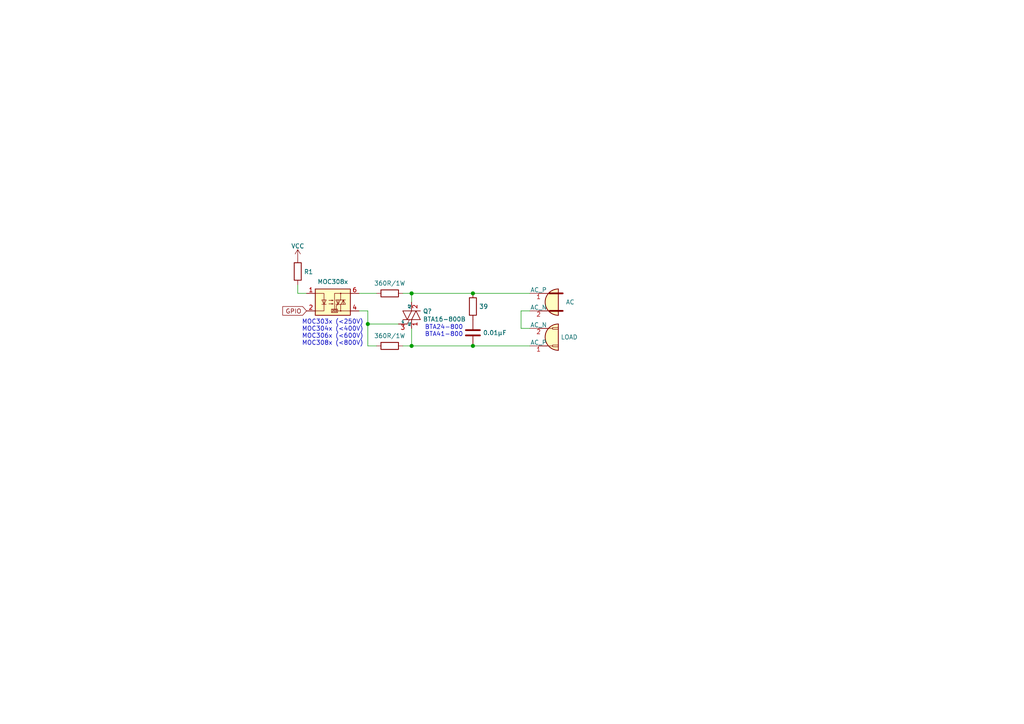
<source format=kicad_sch>
(kicad_sch (version 20210406) (generator eeschema)
  (paper "A4")
  (lib_symbols
    (symbol "Connector:Conn_WallPlug" (pin_names (offset 0))
      (property "Reference" "P" (at -1.27 4.445 0))
      (property "Value" "Conn_WallPlug" (at -5.715 0 90))
      (symbol "Conn_WallPlug_0_1"
        (arc (start -3.175 -3.81) (end -3.175 3.81) (radius (at -3.175 0) (length 3.81) (angles -89.9 89.9)) (stroke (width 0.254)) (fill (type background)))
        (polyline (pts (xy -4.445 -2.54) (xy -0.635 -2.54)) (stroke (width 0.508)))
        (polyline (pts (xy -4.445 2.54) (xy -0.635 2.54)) (stroke (width 0.508)))
        (polyline (pts (xy -3.175 -3.81) (xy -3.175 3.81)) (stroke (width 0.254)))
        (polyline (pts (xy -0.635 -2.54) (xy 2.54 -2.54)))
        (polyline (pts (xy -0.635 2.54) (xy 2.54 2.54)))
      )
      (symbol "Conn_WallPlug_1_1"
        (pin power_out line (at 5.08 2.54 180) (length 5.08) (name "AC_P") (number "1"))
        (pin power_out line (at 5.08 -2.54 180) (length 5.08) (name "AC_N") (number "2"))
      )
    )
    (symbol "Connector:Conn_WallSocket" (pin_names (offset 0))
      (property "Reference" "J" (at 1.27 4.445 0))
      (property "Value" "Conn_WallSocket" (at 5.08 0 90))
      (symbol "Conn_WallSocket_0_1"
        (arc (start 3.175 3.81) (end 3.175 -3.81) (radius (at 3.175 0) (length 3.81) (angles 90.1 -90.1)) (stroke (width 0.254)) (fill (type background)))
        (rectangle (start 3.175 -2.794) (end 1.524 -2.286))
        (rectangle (start 3.175 2.286) (end 1.524 2.794))
        (polyline (pts (xy 1.524 -2.54) (xy -2.54 -2.54)))
        (polyline (pts (xy 1.524 2.54) (xy -2.54 2.54)))
        (polyline (pts (xy 3.175 -3.81) (xy 3.175 3.81)) (stroke (width 0.254)))
      )
      (symbol "Conn_WallSocket_1_1"
        (pin power_in line (at -5.08 2.54 0) (length 5.08) (name "AC_P") (number "1"))
        (pin power_in line (at -5.08 -2.54 0) (length 5.08) (name "AC_N") (number "2"))
      )
    )
    (symbol "Device:C" (pin_numbers hide) (pin_names (offset 0.254))
      (property "Reference" "C" (at 0.635 2.54 0))
      (property "Value" "C" (at 0.635 -2.54 0))
      (symbol "C_0_1"
        (polyline (pts (xy -2.032 -0.762) (xy 2.032 -0.762)) (stroke (width 0.508)))
        (polyline (pts (xy -2.032 0.762) (xy 2.032 0.762)) (stroke (width 0.508)))
      )
      (symbol "C_1_1"
        (pin passive line (at 0 3.81 270) (length 2.794) (name "~") (number "1"))
        (pin passive line (at 0 -3.81 90) (length 2.794) (name "~") (number "2"))
      )
    )
    (symbol "Device:R" (pin_numbers hide) (pin_names (offset 0))
      (property "Reference" "R" (at 2.032 0 90))
      (property "Value" "R" (at 0 0 90))
      (symbol "R_0_1"
        (rectangle (start -1.016 -2.54) (end 1.016 2.54) (stroke (width 0.254)))
      )
      (symbol "R_1_1"
        (pin passive line (at 0 3.81 270) (length 1.27) (name "~") (number "1"))
        (pin passive line (at 0 -3.81 90) (length 1.27) (name "~") (number "2"))
      )
    )
    (symbol "Relay_SolidState:MOC3083M"
      (property "Reference" "U" (at -5.08 5.08 0))
      (property "Value" "MOC3083M" (at 0 5.08 0))
      (symbol "MOC3083M_0_0"
        (text "ZCD" (at 0.508 -2.54 0) (effects (font (size 0.508 0.508))))
        (rectangle (start -0.381 -2.032) (end 1.397 -3.048))
        (polyline (pts (xy 2.286 -2.54) (xy 1.397 -2.54)))
        (polyline (pts (xy 1.524 -0.635) (xy 1.016 -1.016) (xy 1.016 -2.032)))
      )
      (symbol "MOC3083M_0_1"
        (circle (center 2.286 -2.54) (radius 0.127))
        (circle (center 2.286 2.54) (radius 0.127))
        (rectangle (start -5.08 3.81) (end 5.08 -3.81) (stroke (width 0.254)) (fill (type background)))
        (polyline (pts (xy -3.175 -0.635) (xy -1.905 -0.635)))
        (polyline (pts (xy 1.524 -0.635) (xy 1.524 0.635)))
        (polyline (pts (xy 3.048 0.635) (xy 3.048 -0.635)))
        (polyline (pts (xy 2.286 -0.635) (xy 2.286 -2.54) (xy 5.08 -2.54)))
        (polyline (pts (xy 2.286 0.635) (xy 2.286 2.54) (xy 5.08 2.54)))
        (polyline (pts (xy 2.286 2.54) (xy 0.508 2.54) (xy 0.508 -2.032)))
        (polyline (pts (xy -5.08 2.54) (xy -2.54 2.54) (xy -2.54 -2.54) (xy -5.08 -2.54)))
        (polyline (pts (xy -2.54 -0.635) (xy -3.175 0.635) (xy -1.905 0.635) (xy -2.54 -0.635)))
        (polyline (pts (xy 0.889 -0.635) (xy 3.683 -0.635) (xy 3.048 0.635) (xy 2.413 -0.635)))
        (polyline (pts (xy 3.683 0.635) (xy 0.889 0.635) (xy 1.524 -0.635) (xy 2.159 0.635)))
        (polyline (pts (xy -1.143 -0.508) (xy 0.127 -0.508) (xy -0.254 -0.635) (xy -0.254 -0.381) (xy 0.127 -0.508)))
        (polyline (pts (xy -1.143 0.508) (xy 0.127 0.508) (xy -0.254 0.381) (xy -0.254 0.635) (xy 0.127 0.508)))
      )
      (symbol "MOC3083M_1_1"
        (pin passive line (at -7.62 2.54 0) (length 2.54) (name "~") (number "1"))
        (pin passive line (at -7.62 -2.54 0) (length 2.54) (name "~") (number "2"))
        (pin no_connect line (at -5.08 0 0) (length 2.54) hide (name "NC") (number "3"))
        (pin passive line (at 7.62 -2.54 180) (length 2.54) (name "~") (number "4"))
        (pin no_connect line (at 5.08 0 180) (length 2.54) hide (name "NC") (number "5"))
        (pin passive line (at 7.62 2.54 180) (length 2.54) (name "~") (number "6"))
      )
    )
    (symbol "Triac_Thyristor:BTA16-800B" (pin_names (offset 0))
      (property "Reference" "Q" (at 5.08 1.905 0))
      (property "Value" "BTA16-800B" (at 5.08 0 0))
      (symbol "BTA16-800B_0_1"
        (polyline (pts (xy -2.54 -1.27) (xy 2.54 -1.27)) (stroke (width 0.2032)))
        (polyline (pts (xy -2.54 1.27) (xy 2.54 1.27)) (stroke (width 0.2032)))
        (polyline (pts (xy -1.27 -2.54) (xy -0.635 -1.27)))
        (polyline (pts (xy -2.54 1.27) (xy -1.27 -1.27) (xy 0 1.27)) (stroke (width 0.2032)))
        (polyline (pts (xy 0 -1.27) (xy 1.27 1.27) (xy 2.54 -1.27)) (stroke (width 0.2032)))
      )
      (symbol "BTA16-800B_1_1"
        (pin passive line (at 0 -3.81 90) (length 2.54) (name "A1") (number "1"))
        (pin passive line (at 0 3.81 270) (length 2.54) (name "A2") (number "2"))
        (pin input line (at -3.81 -2.54 0) (length 2.54) (name "G") (number "3"))
      )
    )
    (symbol "power:VCC" (power) (pin_names (offset 0))
      (property "Value" "VCC" (at 0 3.81 0))
      (symbol "VCC_0_1"
        (polyline (pts (xy -0.762 1.27) (xy 0 2.54)))
        (polyline (pts (xy 0 0) (xy 0 2.54)))
        (polyline (pts (xy 0 2.54) (xy 0.762 1.27)))
      )
      (symbol "VCC_1_1"
        (pin power_in line (at 0 0 90) (length 0) hide (name "VCC") (number "1"))
      )
    )
  )
  (junction (at 106.68 93.98) (diameter 1.016))
  (junction (at 119.38 85.09) (diameter 1.016))
  (junction (at 119.38 100.33) (diameter 1.016))
  (junction (at 137.16 85.09) (diameter 1.016))
  (junction (at 137.16 100.33) (diameter 1.016))
  (wire (pts (xy 86.36 85.09) (xy 86.36 82.55)))
  (wire (pts (xy 88.9 85.09) (xy 86.36 85.09)))
  (wire (pts (xy 104.14 90.17) (xy 106.68 90.17)))
  (wire (pts (xy 106.68 90.17) (xy 106.68 93.98)))
  (wire (pts (xy 106.68 93.98) (xy 106.68 100.33)))
  (wire (pts (xy 106.68 93.98) (xy 115.57 93.98)))
  (wire (pts (xy 106.68 100.33) (xy 109.22 100.33)))
  (wire (pts (xy 109.22 85.09) (xy 104.14 85.09)))
  (wire (pts (xy 116.84 100.33) (xy 119.38 100.33)))
  (wire (pts (xy 119.38 85.09) (xy 116.84 85.09)))
  (wire (pts (xy 119.38 85.09) (xy 119.38 87.63)))
  (wire (pts (xy 119.38 85.09) (xy 137.16 85.09)))
  (wire (pts (xy 119.38 100.33) (xy 119.38 95.25)))
  (wire (pts (xy 137.16 100.33) (xy 119.38 100.33)))
  (wire (pts (xy 151.13 90.17) (xy 153.67 90.17)))
  (wire (pts (xy 151.13 95.25) (xy 151.13 90.17)))
  (wire (pts (xy 153.67 85.09) (xy 137.16 85.09)))
  (wire (pts (xy 153.67 95.25) (xy 151.13 95.25)))
  (wire (pts (xy 153.67 100.33) (xy 137.16 100.33)))
  (text "MOC303x (<250V)\nMOC304x (<400V)\nMOC306x (<600V)\nMOC308x (<800V)\n" (at 105.41 100.33 0) (effects (font (size 1.27 1.27)) (justify right bottom)))
  (text "BTA24-800\nBTA41-800" (at 123.19 97.79 0) (effects (font (size 1.27 1.27)) (justify left bottom)))
  (global_label "GPIO" (shape input) (at 88.9 90.17 180) (property "Intersheet References" "${INTERSHEET_REFS}" (effects hide)))
  (symbol (lib_id "power:VCC") (at 86.36 74.93 0) (unit 1)
    (property "Reference" "#PWR?" (effects hide))
    (property "Value" "VCC" (at 86.36 71.3826 0))
  )
  (symbol (lib_id "Device:R") (at 86.36 78.74 0) (unit 1)
    (property "Reference" "R1" (at 88.138 78.8416 0) (effects (justify left)))
    (property "Value" "220" (effects hide))
  )
  (symbol (lib_id "Device:R") (at 113.03 85.09 270) (unit 1)
    (property "Reference" "R?" (effects hide))
    (property "Value" "360R/1W" (at 113.03 82.169 90))
  )
  (symbol (lib_id "Device:R") (at 113.03 100.33 270) (unit 1)
    (property "Reference" "R?" (effects hide))
    (property "Value" "360R/1W" (at 113.03 97.409 90))
  )
  (symbol (lib_id "Device:R") (at 137.16 88.9 0) (unit 1)
    (property "Reference" "R?" (effects hide))
    (property "Value" "39" (at 138.938 88.9 0) (effects (justify left)))
  )
  (symbol (lib_id "Device:C") (at 137.16 96.52 0) (unit 1)
    (property "Reference" "C?" (effects hide))
    (property "Value" "0.01µF" (at 140.081 96.52 0) (effects (justify left)))
  )
  (symbol (lib_id "Triac_Thyristor:BTA16-800B") (at 119.38 91.44 0) (unit 1)
    (property "Reference" "Q?" (at 122.6566 90.2716 0) (effects (justify left)))
    (property "Value" "BTA16-800B" (at 122.6566 92.583 0) (effects (justify left)))
    (property "Footprint" "Package_TO_SOT_THT:TO-220-3_Vertical" (effects hide))
    (property "Datasheet" "https://www.st.com/resource/en/datasheet/bta16.pdf" (effects hide))
  )
  (symbol (lib_id "Connector:Conn_WallSocket") (at 158.75 97.79 0) (mirror x) (unit 1)
    (property "Reference" "J?" (effects hide))
    (property "Value" "LOAD" (at 165.1 97.79 0))
  )
  (symbol (lib_id "Connector:Conn_WallPlug") (at 158.75 87.63 0) (mirror y) (unit 1)
    (property "Reference" "P?" (effects hide))
    (property "Value" "AC" (at 164.084 87.63 0) (effects (justify right)))
  )
  (symbol (lib_id "Relay_SolidState:MOC3083M") (at 96.52 87.63 0) (unit 1)
    (property "Reference" "U?" (effects hide))
    (property "Value" "MOC308x" (at 96.52 81.7118 0))
    (property "Datasheet" "https://www.onsemi.com/pub/Collateral/MOC3083M-D.PDF" (effects hide))
  )
)
</source>
